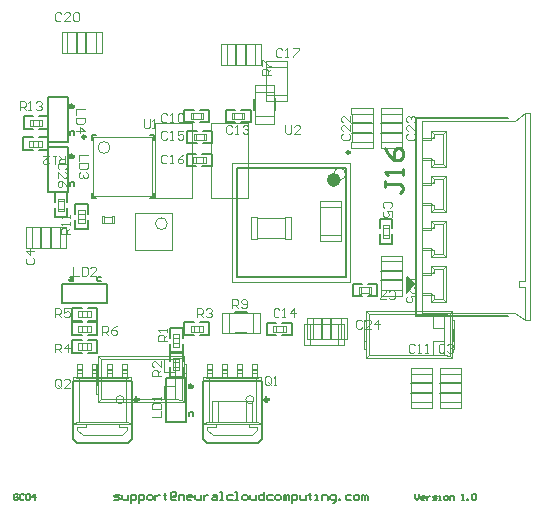
<source format=gto>
G04 Layer_Color=65535*
%FSLAX44Y44*%
%MOMM*%
G71*
G01*
G75*
%ADD28C,0.2540*%
%ADD29C,0.1270*%
%ADD32C,0.0500*%
%ADD33C,0.1000*%
%ADD69C,0.2500*%
%ADD70C,0.6000*%
%ADD71C,0.3000*%
%ADD72C,0.2000*%
%ADD73C,0.1250*%
%ADD74C,0.1500*%
G36*
X594212Y1017850D02*
X587862Y1011500D01*
Y1024200D01*
X594212Y1017850D01*
D02*
G37*
D28*
X569765Y1105157D02*
Y1100078D01*
Y1102617D01*
X582461D01*
X585000Y1100078D01*
Y1097539D01*
X582461Y1095000D01*
X585000Y1110235D02*
Y1115313D01*
Y1112774D01*
X569765D01*
X572304Y1110235D01*
X569765Y1133088D02*
X572304Y1128009D01*
X577383Y1122931D01*
X582461D01*
X585000Y1125470D01*
Y1130548D01*
X582461Y1133088D01*
X579922D01*
X577383Y1130548D01*
Y1122931D01*
D29*
X595990Y991180D02*
X673460D01*
X595990D02*
Y1158820D01*
X673460D01*
X587862Y1024200D02*
X594212Y1017850D01*
X587862Y1011500D02*
X594212Y1017850D01*
X587862Y1011500D02*
Y1024200D01*
X566239Y1154000D02*
X583763D01*
X566239Y1146000D02*
X583763D01*
X325500Y987000D02*
Y998000D01*
X317500Y987000D02*
X325500D01*
X304500D02*
X312500D01*
X304500D02*
Y998000D01*
X312500D01*
X317500D02*
X325500D01*
X516000Y971238D02*
Y988762D01*
X524000Y971238D02*
Y988762D01*
X290000Y1095500D02*
X300000D01*
Y1087500D02*
Y1095500D01*
Y1074500D02*
Y1082500D01*
X290000Y1074500D02*
X300000D01*
X290000D02*
Y1082500D01*
Y1087500D02*
Y1095500D01*
X276312Y1159930D02*
X284312D01*
X263312D02*
X271312D01*
X263312Y1148930D02*
Y1159930D01*
Y1148930D02*
X271312D01*
X276312D02*
X284312D01*
Y1159930D01*
X451500Y1203738D02*
Y1221262D01*
X443500Y1203738D02*
Y1221262D01*
X415000Y886500D02*
Y936000D01*
Y886500D02*
X418500Y883000D01*
X461500D01*
X465000Y886500D02*
Y936000D01*
X461500Y883000D02*
X465000Y886500D01*
X415000Y936000D02*
X465000D01*
X305000Y886500D02*
Y936000D01*
Y886500D02*
X308500Y883000D01*
X351500D01*
X355000Y886500D02*
Y936000D01*
X351500Y883000D02*
X355000Y886500D01*
X305000Y936000D02*
X355000D01*
X616238Y926000D02*
X633762D01*
X616238Y934000D02*
X633762D01*
X591238Y926000D02*
X608762D01*
X591238Y934000D02*
X608762D01*
X316500Y1213738D02*
Y1231262D01*
X308500Y1213738D02*
Y1231262D01*
X541238Y1146000D02*
X558762D01*
X541238Y1154000D02*
X558762D01*
X276058Y1142150D02*
X284058D01*
X263058D02*
X271058D01*
X263058Y1131150D02*
Y1142150D01*
Y1131150D02*
X271058D01*
X276058D02*
X284058D01*
Y1142150D01*
X387000Y980500D02*
X398000D01*
Y972499D02*
Y980500D01*
Y959500D02*
Y967500D01*
X387000Y959500D02*
X398000D01*
X387000D02*
Y967500D01*
Y972499D02*
Y980500D01*
X399500Y974500D02*
Y985500D01*
X407500D01*
X412500D02*
X420500D01*
Y974500D02*
Y985500D01*
X412500Y974500D02*
X420500D01*
X399500D02*
X407500D01*
X387000Y939500D02*
X398000D01*
X387000D02*
Y947500D01*
Y952500D02*
Y960500D01*
X398000D01*
Y952500D02*
Y960500D01*
Y939500D02*
Y947500D01*
X458610Y1165174D02*
Y1174826D01*
X476390Y1164920D02*
Y1175080D01*
X325500Y974501D02*
Y985500D01*
X317500Y974501D02*
X325500D01*
X304500D02*
X312500D01*
X304500D02*
Y985500D01*
X312500D01*
X317500D02*
X325500D01*
X304500Y959500D02*
Y970500D01*
X312500D01*
X317500D02*
X325500D01*
Y959500D02*
Y970500D01*
X317500Y959500D02*
X325500D01*
X304500D02*
X312500D01*
X469500Y975000D02*
Y985000D01*
X477500D01*
X482500D02*
X490500D01*
Y975000D02*
Y985000D01*
X482500Y975000D02*
X490500D01*
X469500D02*
X477500D01*
X565000Y1073000D02*
X575000D01*
Y1065000D02*
Y1073000D01*
Y1052000D02*
Y1060000D01*
X565000Y1052000D02*
X575000D01*
X565000D02*
Y1060000D01*
Y1065000D02*
Y1073000D01*
X455500Y1155000D02*
Y1165000D01*
X447500Y1155000D02*
X455500D01*
X434500D02*
X442500D01*
X434500D02*
Y1165000D01*
X442500D01*
X447500D02*
X455500D01*
X442674Y976110D02*
X452326D01*
X442420Y993890D02*
X452580D01*
X399500Y1155000D02*
Y1165000D01*
X407500D01*
X412500D02*
X420500D01*
Y1155000D02*
Y1165000D01*
X412500Y1155000D02*
X420500D01*
X399500D02*
X407500D01*
X402000Y1137500D02*
Y1147500D01*
X410000D01*
X415000D02*
X423000D01*
Y1137500D02*
Y1147500D01*
X415000Y1137500D02*
X423000D01*
X402000D02*
X410000D01*
X401742Y1117934D02*
Y1127934D01*
X409742D01*
X414742D02*
X422742D01*
Y1117934D02*
Y1127934D01*
X414742Y1117934D02*
X422742D01*
X401742D02*
X409742D01*
X307000Y1077499D02*
Y1085500D01*
Y1064500D02*
Y1072500D01*
Y1064500D02*
X318000D01*
Y1072500D01*
Y1077499D02*
Y1085500D01*
X307000D02*
X318000D01*
X542000Y1007500D02*
Y1017500D01*
X550000D01*
X555000D02*
X563000D01*
Y1007500D02*
Y1017500D01*
X555000Y1007500D02*
X563000D01*
X542000D02*
X550000D01*
X566238Y1029000D02*
X583762D01*
X566238Y1021000D02*
X583762D01*
X286500Y1048738D02*
Y1066262D01*
X278500Y1048738D02*
Y1066262D01*
X406466Y932284D02*
Y930591D01*
X405619Y929744D01*
X403080D01*
Y932284D01*
X403926Y933130D01*
X404773Y932284D01*
Y929744D01*
X406396Y906244D02*
Y908784D01*
X405549Y909630D01*
X403856D01*
X403010Y908784D01*
Y906244D01*
X258386Y839232D02*
X257539Y840078D01*
X255846D01*
X255000Y839232D01*
Y835846D01*
X255846Y835000D01*
X257539D01*
X258386Y835846D01*
Y837539D01*
X256693D01*
X263464Y839232D02*
X262617Y840078D01*
X260925D01*
X260078Y839232D01*
Y835846D01*
X260925Y835000D01*
X262617D01*
X263464Y835846D01*
X265157Y839232D02*
X266003Y840078D01*
X267696D01*
X268542Y839232D01*
Y835846D01*
X267696Y835000D01*
X266003D01*
X265157Y835846D01*
Y839232D01*
X272774Y835000D02*
Y840078D01*
X270235Y837539D01*
X273621D01*
X595000Y840078D02*
Y836693D01*
X596693Y835000D01*
X598386Y836693D01*
Y840078D01*
X602617Y835000D02*
X600925D01*
X600078Y835846D01*
Y837539D01*
X600925Y838386D01*
X602617D01*
X603464Y837539D01*
Y836693D01*
X600078D01*
X605157Y838386D02*
Y835000D01*
Y836693D01*
X606003Y837539D01*
X606850Y838386D01*
X607696D01*
X610235Y835000D02*
X612774D01*
X613621Y835846D01*
X612774Y836693D01*
X611082D01*
X610235Y837539D01*
X611082Y838386D01*
X613621D01*
X615313Y835000D02*
X617006D01*
X616160D01*
Y838386D01*
X615313D01*
X620392Y835000D02*
X622085D01*
X622931Y835846D01*
Y837539D01*
X622085Y838386D01*
X620392D01*
X619545Y837539D01*
Y835846D01*
X620392Y835000D01*
X624624D02*
Y838386D01*
X627163D01*
X628009Y837539D01*
Y835000D01*
X634780D02*
X636473D01*
X635627D01*
Y840078D01*
X634780Y839232D01*
X639012Y835000D02*
Y835846D01*
X639859D01*
Y835000D01*
X639012D01*
X643244Y839232D02*
X644091Y840078D01*
X645783D01*
X646630Y839232D01*
Y835846D01*
X645783Y835000D01*
X644091D01*
X643244Y835846D01*
Y839232D01*
X302716Y1023966D02*
X304409D01*
X305256Y1023119D01*
Y1020580D01*
X302716D01*
X301870Y1021426D01*
X302716Y1022273D01*
X305256D01*
X328756Y1023896D02*
X326216D01*
X325370Y1023049D01*
Y1021356D01*
X326216Y1020510D01*
X328756D01*
X306396Y1143744D02*
Y1146284D01*
X305549Y1147130D01*
X303856D01*
X303010Y1146284D01*
Y1143744D01*
X306466Y1169784D02*
Y1168091D01*
X305619Y1167244D01*
X303080D01*
Y1169784D01*
X303926Y1170630D01*
X304773Y1169784D01*
Y1167244D01*
X306396Y1101244D02*
Y1103784D01*
X305549Y1104630D01*
X303856D01*
X303010Y1103784D01*
Y1101244D01*
X306466Y1127284D02*
Y1125591D01*
X305619Y1124744D01*
X303080D01*
Y1127284D01*
X303926Y1128130D01*
X304773Y1127284D01*
Y1124744D01*
D32*
X610500Y1084450D02*
G03*
X608400Y1086550I-2100J0D01*
G01*
Y1063450D02*
G03*
X610500Y1065550I0J2100D01*
G01*
Y1122550D02*
G03*
X608400Y1124650I-2100J0D01*
G01*
X610500Y1008250D02*
G03*
X608400Y1010350I-2100J0D01*
G01*
X610500Y1046350D02*
G03*
X608400Y1048450I-2100J0D01*
G01*
Y1101550D02*
G03*
X610500Y1103650I0J2100D01*
G01*
X608400Y1139650D02*
G03*
X610500Y1141750I0J2100D01*
G01*
X608400Y1025350D02*
G03*
X610500Y1027450I0J2100D01*
G01*
X458377Y920000D02*
G03*
X458377Y920000I-3377J0D01*
G01*
X348377D02*
G03*
X348377Y920000I-3377J0D01*
G01*
X457000Y901000D02*
Y919000D01*
X452000Y901000D02*
Y919000D01*
X457000D01*
X452000Y901000D02*
X457000D01*
X423000D02*
Y919000D01*
X428000Y901000D02*
Y919000D01*
X423000D02*
X428000D01*
X423000Y901000D02*
X428000D01*
Y918800D02*
X452000D01*
X428000Y901200D02*
X452000D01*
X552000Y962500D02*
X553500D01*
X552000Y970000D02*
X553500D01*
X626500Y962500D02*
X628000D01*
X626500Y970000D02*
X628000D01*
X552000Y962500D02*
Y987500D01*
X553500D01*
X552000Y980000D02*
X553500D01*
X628000Y962500D02*
Y987500D01*
X626500D02*
X628000D01*
X626500Y980000D02*
X628000D01*
X626700Y970000D02*
Y980000D01*
X553300Y970000D02*
Y980000D01*
X553500Y994750D02*
X555990Y992260D01*
X553500Y955250D02*
Y994750D01*
Y955250D02*
X555990Y957739D01*
Y992260D01*
X610010Y992267D02*
X619068D01*
X624706Y992956D01*
X626500Y994750D01*
X553500D02*
X626500D01*
X555990Y992260D02*
X610010Y992267D01*
Y980753D02*
Y992267D01*
X555990Y957739D02*
X610010Y957732D01*
X553500Y955250D02*
X626500D01*
X624706Y957044D02*
X626500Y955250D01*
X619068Y957732D02*
X624706Y957044D01*
X610010Y957732D02*
X619068D01*
X610010D02*
Y969247D01*
X619011D02*
Y980753D01*
X610010Y969247D02*
X619068D01*
X610010Y980753D02*
X619068D01*
Y957732D02*
Y969247D01*
X624706Y957044D02*
Y992956D01*
X619068Y980753D02*
Y992267D01*
X626500Y955250D02*
Y994750D01*
X618500Y1119150D02*
Y1145150D01*
X600500Y1025350D02*
X608400D01*
X600500Y1063450D02*
X608400D01*
X610500Y1119150D02*
X618500D01*
X620600Y1117050D01*
X600500Y1124650D02*
X608400D01*
X610500Y1107050D02*
X618500D01*
X610500Y1103650D02*
Y1107050D01*
X608400Y1109150D02*
X610500Y1107050D01*
Y1004850D02*
X618500D01*
X600500Y1101550D02*
X608400D01*
X610500Y1042950D02*
X618500D01*
X600500Y1010350D02*
X608400D01*
X600500Y1139650D02*
X608400D01*
X618500Y1004850D02*
Y1030850D01*
Y1004850D02*
X620600Y1002750D01*
X618500Y1081050D02*
Y1107050D01*
X620600Y1109150D01*
X610500Y1030850D02*
X618500D01*
X620600Y1032950D01*
X610500Y1027450D02*
Y1030850D01*
X608400Y1032950D02*
X610500Y1030850D01*
Y1119150D02*
Y1122550D01*
X608400Y1117050D02*
X610500Y1119150D01*
X618500Y1042950D02*
Y1068950D01*
Y1042950D02*
X620600Y1040850D01*
X600500Y1048450D02*
X608400D01*
X610500Y1004850D02*
Y1008250D01*
X608400Y1002750D02*
X610500Y1004850D01*
Y1141750D02*
Y1145150D01*
X600500Y1086550D02*
X608400D01*
X610500Y1042950D02*
Y1046350D01*
X608400Y1040850D02*
X610500Y1042950D01*
Y1081050D02*
Y1084450D01*
Y1081050D02*
X618500D01*
X608400Y1078950D02*
X610500Y1081050D01*
X618500D02*
X620600Y1078950D01*
X610500Y1068950D02*
X618500D01*
X620600Y1071050D01*
X610500Y1065550D02*
Y1068950D01*
X608400Y1071050D02*
X610500Y1068950D01*
X608400Y1002750D02*
X620600D01*
X600500Y993750D02*
Y1156250D01*
Y993750D02*
X679500D01*
X687500Y987350D01*
X679500Y1156250D02*
X687500Y1162650D01*
X600500Y1156250D02*
X679500D01*
X620600Y1117050D02*
Y1147250D01*
X608400Y1117050D02*
X620600D01*
X608400Y1109150D02*
X620600D01*
Y1078950D02*
Y1109150D01*
X608400Y1078950D02*
X620600D01*
X608400Y1071050D02*
X620600D01*
Y1040850D02*
Y1071050D01*
X608400Y1040850D02*
X620600D01*
X608400Y1032950D02*
X620600D01*
Y1002750D02*
Y1032950D01*
X610500Y1145150D02*
X618500D01*
X620600Y1147250D01*
X608400D02*
X620600D01*
X608400D02*
X610500Y1145150D01*
X608400Y1078950D02*
Y1086550D01*
X600500Y1084450D02*
X610500D01*
X600500Y1065550D02*
X610500D01*
X608400Y1063450D02*
Y1071050D01*
Y1117050D02*
Y1124650D01*
X600500Y1122550D02*
X610500D01*
X608400Y1002750D02*
Y1010350D01*
X600500Y1008250D02*
X610500D01*
X608400Y1040850D02*
Y1048450D01*
X600500Y1046350D02*
X610500D01*
X600500Y1103650D02*
X610500D01*
X608400Y1101550D02*
Y1109150D01*
X600500Y1141750D02*
X610500D01*
X608400Y1139650D02*
Y1147250D01*
X600500Y1027450D02*
X610500D01*
X608400Y1025350D02*
Y1032950D01*
X692500Y987350D02*
Y1162650D01*
X687500Y1020350D02*
Y1162650D01*
X692500D01*
X682500Y1015350D02*
Y1020350D01*
Y1015350D02*
X687500D01*
Y987350D02*
Y1015350D01*
Y987350D02*
X692500D01*
X682500Y1020350D02*
X687500D01*
X566000Y1133000D02*
X584000D01*
X566000Y1138000D02*
X584000D01*
X566000Y1133000D02*
Y1138000D01*
X584000Y1133000D02*
Y1138000D01*
X566000Y1167000D02*
X584000D01*
X566000Y1162000D02*
X584000D01*
X566000D02*
Y1167000D01*
X584000Y1162000D02*
Y1167000D01*
X566200Y1138000D02*
Y1162000D01*
X583801Y1138000D02*
Y1162000D01*
X317250Y995250D02*
X320250D01*
Y989750D02*
Y995250D01*
X317250Y989750D02*
Y995250D01*
Y989750D02*
X320250D01*
X309750Y995250D02*
X312750D01*
Y989750D02*
Y995250D01*
X309750Y989750D02*
X312750D01*
X309750D02*
Y995250D01*
X312750Y989760D02*
X317250D01*
X312750D02*
X317250Y989765D01*
X312750Y995236D02*
X317250Y995240D01*
X312750Y995236D02*
X317250Y995240D01*
X537000Y971000D02*
Y989000D01*
X532000Y971000D02*
Y989000D01*
Y971000D02*
X537000D01*
X532000Y989000D02*
X537000D01*
X503000Y971000D02*
Y989000D01*
X508000Y971000D02*
Y989000D01*
X503000Y971000D02*
X508000D01*
X503000Y989000D02*
X508000D01*
Y971200D02*
X532000D01*
X508000Y988800D02*
X532000D01*
X514240Y1054118D02*
X532240D01*
X514240Y1059118D02*
X532240D01*
Y1054118D02*
Y1059118D01*
X514240Y1054118D02*
Y1059118D01*
Y1088118D02*
X532240D01*
X514240Y1083118D02*
X532240D01*
Y1088118D01*
X514240Y1083118D02*
Y1088118D01*
X532040Y1059118D02*
Y1083118D01*
X514440Y1059118D02*
Y1083118D01*
X468500Y1207000D02*
X486500D01*
X468500Y1202000D02*
X486500D01*
X468500D02*
Y1207000D01*
X486500Y1202000D02*
Y1207000D01*
X468500Y1173000D02*
X486500D01*
X468500Y1178000D02*
X486500D01*
X468500Y1173000D02*
Y1178000D01*
X486500Y1173000D02*
Y1178000D01*
X468700D02*
Y1202000D01*
X486300Y1178000D02*
Y1202000D01*
X329750Y1069750D02*
Y1075250D01*
X331750Y1069750D02*
Y1075250D01*
X329750Y1069750D02*
X331750D01*
X329750Y1075250D02*
X331750D01*
X338250Y1069750D02*
X340250D01*
X338250Y1075250D02*
X340250D01*
Y1069750D02*
Y1075250D01*
X338250Y1069750D02*
Y1075250D01*
X331750Y1069950D02*
X338250D01*
X331750Y1075050D02*
X338250D01*
X292250Y1090250D02*
X297750D01*
X292250Y1088250D02*
X297750D01*
Y1090250D01*
X292250Y1088250D02*
Y1090250D01*
X297750Y1079750D02*
Y1081750D01*
X292250Y1079750D02*
Y1081750D01*
Y1079750D02*
X297750D01*
X292250Y1081750D02*
X297750D01*
X297550D02*
Y1088250D01*
X292451Y1081750D02*
Y1088250D01*
X500500Y966000D02*
Y984000D01*
X505500Y966000D02*
Y984000D01*
X500500Y966000D02*
X505500D01*
X500500Y984000D02*
X505500D01*
X534500Y966000D02*
Y984000D01*
X529500Y966000D02*
Y984000D01*
Y966000D02*
X534500D01*
X529500Y984000D02*
X534500D01*
X505500Y966200D02*
X529500D01*
X505500Y983800D02*
X529500D01*
X271562Y1157165D02*
X276062Y1157170D01*
X271562Y1157165D02*
X276062Y1157170D01*
X271562Y1151690D02*
X276062Y1151695D01*
X271562Y1151690D02*
X276062D01*
X268562Y1151680D02*
Y1157180D01*
Y1151680D02*
X271562D01*
Y1157180D01*
X268562D02*
X271562D01*
X276062Y1151680D02*
X279062D01*
X276062D02*
Y1157180D01*
X279062Y1151680D02*
Y1157180D01*
X276062D02*
X279062D01*
X430500Y1203500D02*
Y1221500D01*
X435500Y1203500D02*
Y1221500D01*
X430500D02*
X435500D01*
X430500Y1203500D02*
X435500D01*
X464500D02*
Y1221500D01*
X459500Y1203500D02*
Y1221500D01*
X464500D01*
X459500Y1203500D02*
X464500D01*
X435500Y1221300D02*
X459500D01*
X435500Y1203700D02*
X459500D01*
X460031Y901425D02*
Y938575D01*
X464500Y939372D01*
Y900075D02*
Y939500D01*
X460031Y901425D02*
X464500Y900628D01*
X415500Y900075D02*
X416425Y899150D01*
X415500Y900075D02*
Y939500D01*
Y900628D02*
X419969Y901425D01*
X460031D01*
X463575Y899150D02*
X464500Y900075D01*
X454000Y899150D02*
X463575D01*
X446000Y899724D02*
X454000D01*
X434000Y899150D02*
X446000D01*
X426000Y899724D02*
X434000D01*
X416425Y899150D02*
X426000D01*
X415500Y939372D02*
X419969Y938575D01*
Y901425D02*
Y938575D01*
X415500Y939500D02*
X464500D01*
X419969Y938575D02*
X460031D01*
X418850Y942166D02*
X423050D01*
X418850Y945064D02*
X423050D01*
Y939500D02*
Y950000D01*
X418850Y939500D02*
Y950000D01*
X431550Y942166D02*
X435750D01*
X431550Y939500D02*
Y950000D01*
Y945064D02*
X435750D01*
Y939500D02*
Y950000D01*
X444250Y942166D02*
X448450D01*
X444250Y945064D02*
X448450D01*
X444250Y939500D02*
Y950000D01*
X448450Y939500D02*
Y950000D01*
X456950Y942166D02*
X461150D01*
X456950Y945064D02*
X461150D01*
Y939500D02*
Y950000D01*
X456950Y939500D02*
Y950000D01*
X418850Y945432D02*
X423050D01*
X431550D02*
X435750D01*
X444250D02*
X448450D01*
X456950D02*
X461150D01*
X418850Y946311D02*
X423050D01*
X431550D02*
X435750D01*
X444250D02*
X448450D01*
X456950D02*
X461150D01*
X434000Y899000D02*
Y899724D01*
Y899000D02*
X446000D01*
Y899724D01*
X454000Y897000D02*
Y899724D01*
Y897000D02*
X461000D01*
Y894500D02*
Y897000D01*
X456500Y890000D02*
X461000Y894500D01*
X423500Y890000D02*
X456500D01*
X419000Y894500D02*
X423500Y890000D01*
X419000Y894500D02*
Y897000D01*
X426000D02*
Y899724D01*
X419000Y897000D02*
X426000D01*
X418850Y950000D02*
X423050D01*
X431550D02*
X435750D01*
X444250D02*
X448450D01*
X456950D02*
X461150D01*
X350031Y901425D02*
Y938575D01*
X354500Y939372D01*
Y900075D02*
Y939500D01*
X350031Y901425D02*
X354500Y900628D01*
X305500Y900075D02*
X306425Y899150D01*
X305500Y900075D02*
Y939500D01*
Y900628D02*
X309969Y901425D01*
X350031D01*
X353576Y899150D02*
X354500Y900075D01*
X344000Y899150D02*
X353576D01*
X336000Y899724D02*
X344000D01*
X324000Y899150D02*
X336000D01*
X316000Y899724D02*
X324000D01*
X306425Y899150D02*
X316000D01*
X305500Y939372D02*
X309969Y938575D01*
Y901425D02*
Y938575D01*
X305500Y939500D02*
X354500D01*
X309969Y938575D02*
X350031D01*
X308850Y942166D02*
X313050D01*
X308850Y945064D02*
X313050D01*
Y939500D02*
Y950000D01*
X308850Y939500D02*
Y950000D01*
X321550Y942166D02*
X325750D01*
X321550Y939500D02*
Y950000D01*
Y945064D02*
X325750D01*
Y939500D02*
Y950000D01*
X334250Y942166D02*
X338450D01*
X334250Y945064D02*
X338450D01*
X334250Y939500D02*
Y950000D01*
X338450Y939500D02*
Y950000D01*
X346950Y942166D02*
X351150D01*
X346950Y945064D02*
X351150D01*
Y939500D02*
Y950000D01*
X346950Y939500D02*
Y950000D01*
X308850Y945432D02*
X313050D01*
X321550D02*
X325750D01*
X334250D02*
X338450D01*
X346950D02*
X351150D01*
X308850Y946311D02*
X313050D01*
X321550D02*
X325750D01*
X334250D02*
X338450D01*
X346950D02*
X351150D01*
X324000Y899000D02*
Y899724D01*
Y899000D02*
X336000D01*
Y899724D01*
X344000Y897000D02*
Y899724D01*
Y897000D02*
X351000D01*
Y894500D02*
Y897000D01*
X346500Y890000D02*
X351000Y894500D01*
X313500Y890000D02*
X346500D01*
X309000Y894500D02*
X313500Y890000D01*
X309000Y894500D02*
Y897000D01*
X316000D02*
Y899724D01*
X309000Y897000D02*
X316000D01*
X308850Y950000D02*
X313050D01*
X321550D02*
X325750D01*
X334250D02*
X338450D01*
X346950D02*
X351150D01*
X616000Y947000D02*
X634000D01*
X616000Y942000D02*
X634000D01*
Y947000D01*
X616000Y942000D02*
Y947000D01*
Y913000D02*
X634000D01*
X616000Y918000D02*
X634000D01*
Y913000D02*
Y918000D01*
X616000Y913000D02*
Y918000D01*
X633800D02*
Y942000D01*
X616200Y918000D02*
Y942000D01*
X591000Y947000D02*
X609000D01*
X591000Y942000D02*
X609000D01*
Y947000D01*
X591000Y942000D02*
Y947000D01*
Y913000D02*
X609000D01*
X591000Y918000D02*
X609000D01*
Y913000D02*
Y918000D01*
X591000Y913000D02*
Y918000D01*
X608800D02*
Y942000D01*
X591200Y918000D02*
Y942000D01*
X295500Y1213500D02*
Y1231500D01*
X300500Y1213500D02*
Y1231500D01*
X295500D02*
X300500D01*
X295500Y1213500D02*
X300500D01*
X329500D02*
Y1231500D01*
X324500Y1213500D02*
Y1231500D01*
X329500D01*
X324500Y1213500D02*
X329500D01*
X300500Y1231300D02*
X324500D01*
X300500Y1213700D02*
X324500D01*
X541000Y1167000D02*
X559000D01*
X541000Y1162000D02*
X559000D01*
Y1167000D01*
X541000Y1162000D02*
Y1167000D01*
Y1133000D02*
X559000D01*
X541000Y1138000D02*
X559000D01*
Y1133000D02*
Y1138000D01*
X541000Y1133000D02*
Y1138000D01*
X558800D02*
Y1162000D01*
X541200Y1138000D02*
Y1162000D01*
X271308Y1139385D02*
X275808Y1139390D01*
X271308Y1139385D02*
X275808Y1139390D01*
X271308Y1133910D02*
X275808Y1133915D01*
X271308Y1133910D02*
X275808D01*
X268308Y1133900D02*
Y1139400D01*
Y1133900D02*
X271308D01*
Y1139400D01*
X268308D02*
X271308D01*
X275808Y1133900D02*
X278808D01*
X275808D02*
Y1139400D01*
X278808Y1133900D02*
Y1139400D01*
X275808D02*
X278808D01*
X389750Y972250D02*
Y975250D01*
X395250D01*
X389750Y972250D02*
X395250D01*
Y975250D01*
X389750Y964750D02*
Y967750D01*
X395250D01*
Y964750D02*
Y967750D01*
X389750Y964750D02*
X395250D01*
X395240Y967750D02*
Y972250D01*
X395235D02*
X395240Y967750D01*
X389760Y972250D02*
X389765Y967750D01*
X389760Y972250D02*
X389765Y967750D01*
X404750Y977250D02*
X407750D01*
X404750D02*
Y982750D01*
X407750Y977250D02*
Y982750D01*
X404750D02*
X407750D01*
X412250Y977250D02*
X415250D01*
X412250D02*
Y982750D01*
X415250D01*
Y977250D02*
Y982750D01*
X407750Y982740D02*
X412250D01*
X407750Y982735D02*
X412250Y982740D01*
X407750Y977260D02*
X412250Y977265D01*
X407750Y977260D02*
X412250Y977265D01*
X395250Y944750D02*
Y947750D01*
X389750Y944750D02*
X395250D01*
X389750Y947750D02*
X395250D01*
X389750Y944750D02*
Y947750D01*
X395250Y952250D02*
Y955250D01*
X389750Y952250D02*
X395250D01*
X389750D02*
Y955250D01*
X395250D01*
X389760Y947750D02*
Y952250D01*
X389765Y947750D01*
X395235Y952250D02*
X395240Y947750D01*
X395235Y952250D02*
X395240Y947750D01*
X459260Y1180251D02*
X459264Y1159750D01*
X459260Y1180251D02*
X459264Y1159750D01*
X475735Y1180251D02*
X475740Y1159750D01*
Y1180251D01*
X459250Y1153750D02*
X475750D01*
Y1159750D01*
X459250D02*
X475750D01*
X459250Y1153750D02*
Y1159750D01*
X475750Y1180251D02*
Y1186251D01*
X459250Y1180251D02*
X475750D01*
X459250Y1186251D02*
X475750D01*
X459250Y1180251D02*
Y1186251D01*
X317250Y982750D02*
X320250D01*
Y977250D02*
Y982750D01*
X317250Y977250D02*
Y982750D01*
Y977250D02*
X320250D01*
X309750Y982750D02*
X312750D01*
Y977250D02*
Y982750D01*
X309750Y977250D02*
X312750D01*
X309750D02*
Y982750D01*
X312750Y977260D02*
X317250D01*
X312750D02*
X317250Y977265D01*
X312750Y982735D02*
X317250Y982740D01*
X312750Y982735D02*
X317250Y982740D01*
X309750Y962250D02*
X312750D01*
X309750D02*
Y967750D01*
X312750Y962250D02*
Y967750D01*
X309750D02*
X312750D01*
X317250Y962250D02*
X320250D01*
X317250D02*
Y967750D01*
X320250D01*
Y962250D02*
Y967750D01*
X312750Y967740D02*
X317250D01*
X312750Y967735D02*
X317250Y967740D01*
X312750Y962260D02*
X317250Y962265D01*
X312750Y962260D02*
X317250Y962265D01*
X474750Y977250D02*
Y982750D01*
X476750Y977250D02*
Y982750D01*
X474750D02*
X476750D01*
X474750Y977250D02*
X476750D01*
X483250Y982750D02*
X485250D01*
X483250Y977250D02*
X485250D01*
Y982750D01*
X483250Y977250D02*
Y982750D01*
X476750Y982550D02*
X483250D01*
X476750Y977450D02*
X483250D01*
X567250Y1067750D02*
X572750D01*
X567250Y1065750D02*
X572750D01*
Y1067750D01*
X567250Y1065750D02*
Y1067750D01*
X572750Y1057250D02*
Y1059250D01*
X567250Y1057250D02*
Y1059250D01*
Y1057250D02*
X572750D01*
X567250Y1059250D02*
X572750D01*
X572550D02*
Y1065750D01*
X567450Y1059250D02*
Y1065750D01*
X450249Y1157250D02*
Y1162750D01*
X448250Y1157250D02*
Y1162750D01*
Y1157250D02*
X450249D01*
X448250Y1162750D02*
X450249D01*
X439750Y1157250D02*
X441750D01*
X439750Y1162750D02*
X441750D01*
X439750Y1157250D02*
Y1162750D01*
X441750Y1157250D02*
Y1162750D01*
Y1157450D02*
X448250D01*
X441750Y1162550D02*
X448250D01*
X437250Y976760D02*
X457750Y976765D01*
X437250Y976760D02*
X457750Y976765D01*
X437250Y993235D02*
X457750Y993240D01*
X437250D02*
X457750D01*
X463750Y976750D02*
Y993250D01*
X457750D02*
X463750D01*
X457750Y976750D02*
Y993250D01*
Y976750D02*
X463750D01*
X431250Y993250D02*
X437250D01*
Y976750D02*
Y993250D01*
X431250Y976750D02*
Y993250D01*
Y976750D02*
X437250D01*
X404750Y1157250D02*
Y1162750D01*
X406750Y1157250D02*
Y1162750D01*
X404750D02*
X406750D01*
X404750Y1157250D02*
X406750D01*
X413250Y1162750D02*
X415250D01*
X413250Y1157250D02*
X415250D01*
Y1162750D01*
X413250Y1157250D02*
Y1162750D01*
X406750Y1162550D02*
X413250D01*
X406750Y1157450D02*
X413250D01*
X407250Y1139750D02*
Y1145250D01*
X409250Y1139750D02*
Y1145250D01*
X407250D02*
X409250D01*
X407250Y1139750D02*
X409250D01*
X415750Y1145250D02*
X417750D01*
X415750Y1139750D02*
X417750D01*
Y1145250D01*
X415750Y1139750D02*
Y1145250D01*
X409250Y1145050D02*
X415750D01*
X409250Y1139950D02*
X415750D01*
X406992Y1120184D02*
Y1125684D01*
X408992Y1120184D02*
Y1125684D01*
X406992D02*
X408992D01*
X406992Y1120184D02*
X408992D01*
X415492Y1125684D02*
X417492D01*
X415492Y1120184D02*
X417492D01*
Y1125684D01*
X415492Y1120184D02*
Y1125684D01*
X408992Y1125484D02*
X415492D01*
X408992Y1120384D02*
X415492D01*
X309760Y1077250D02*
X309765Y1072750D01*
X309760Y1077250D02*
X309765Y1072750D01*
X315235Y1077250D02*
X315240Y1072750D01*
Y1077250D01*
X309749Y1069750D02*
X315250D01*
Y1072750D01*
X309749D02*
X315250D01*
X309749Y1069750D02*
Y1072750D01*
X315250Y1077250D02*
Y1080250D01*
X309749Y1077250D02*
X315250D01*
X309749Y1080250D02*
X315250D01*
X309749Y1077250D02*
Y1080250D01*
X547250Y1009750D02*
Y1015250D01*
X549250Y1009750D02*
Y1015250D01*
X547250D02*
X549250D01*
X547250Y1009750D02*
X549250D01*
X555751Y1015250D02*
X557751D01*
X555751Y1009750D02*
X557751D01*
Y1015250D01*
X555751Y1009750D02*
Y1015250D01*
X549250Y1015050D02*
X555751D01*
X549250Y1009950D02*
X555751D01*
X324500Y925000D02*
X326000D01*
X324500Y932500D02*
X326000D01*
X399000Y925000D02*
X400500D01*
X399000Y932500D02*
X400500D01*
X324500Y925000D02*
Y950000D01*
X326000D01*
X324500Y942500D02*
X326000D01*
X400500Y925000D02*
Y950000D01*
X399000D02*
X400500D01*
X399000Y942500D02*
X400500D01*
X399200Y932500D02*
Y942500D01*
X325800Y932500D02*
Y942500D01*
X326000Y957250D02*
X328490Y954761D01*
X326000Y917750D02*
Y957250D01*
Y917750D02*
X328490Y920239D01*
Y954761D01*
X382510Y954768D02*
X391568D01*
X397206Y955457D01*
X399000Y957250D01*
X326000D02*
X399000D01*
X328490Y954761D02*
X382510Y954768D01*
Y943253D02*
Y954768D01*
X328490Y920239D02*
X382510Y920232D01*
X326000Y917750D02*
X399000D01*
X397206Y919544D02*
X399000Y917750D01*
X391568Y920232D02*
X397206Y919544D01*
X382510Y920232D02*
X391568D01*
X382510D02*
Y931747D01*
X391511D02*
Y943253D01*
X382510Y931747D02*
X391568D01*
X382510Y943253D02*
X391568D01*
Y920232D02*
Y931747D01*
X397206Y919544D02*
Y955457D01*
X391568Y943253D02*
Y954768D01*
X399000Y917750D02*
Y957250D01*
X566000Y1008000D02*
X584000D01*
X566000Y1013000D02*
X584000D01*
X566000Y1008000D02*
Y1013000D01*
X584000Y1008000D02*
Y1013000D01*
X566000Y1042001D02*
X584000D01*
X566000Y1037000D02*
X584000D01*
X566000D02*
Y1042001D01*
X584000Y1037000D02*
Y1042001D01*
X566200Y1013000D02*
Y1037000D01*
X583800Y1013000D02*
Y1037000D01*
X489948Y1056276D02*
Y1074276D01*
X484948Y1056276D02*
Y1074276D01*
X489948D01*
X484948Y1056276D02*
X489948D01*
X455947D02*
Y1074276D01*
X460947Y1056276D02*
Y1074276D01*
X455947D02*
X460947D01*
X455947Y1056276D02*
X460947D01*
Y1074076D02*
X484948D01*
X460947Y1056476D02*
X484948D01*
X265500Y1048500D02*
Y1066500D01*
X270500Y1048500D02*
Y1066500D01*
X265500D02*
X270500D01*
X265500Y1048500D02*
X270500D01*
X299500D02*
Y1066500D01*
X294500Y1048500D02*
Y1066500D01*
X299500D01*
X294500Y1048500D02*
X299500D01*
X270500Y1066300D02*
X294500D01*
X270500Y1048700D02*
X294500D01*
D33*
X336500Y1133500D02*
G03*
X336500Y1133500I-5000J0D01*
G01*
X536000Y1111000D02*
G03*
X536000Y1111000I-5000J0D01*
G01*
X385000Y1069000D02*
G03*
X385000Y1069000I-5000J0D01*
G01*
X421750Y1091000D02*
Y1154000D01*
X453250Y1091000D02*
Y1154000D01*
X421750D02*
X453250D01*
X421750Y1091000D02*
X453250D01*
X374250Y1091000D02*
Y1154000D01*
X405750Y1091000D02*
Y1154000D01*
X374250D02*
X405750D01*
X374250Y1091000D02*
X405750D01*
X322500Y1092500D02*
Y1142500D01*
X372500Y1092500D02*
Y1142500D01*
X322500D02*
X372500D01*
X322500Y1092500D02*
X372500D01*
X440000Y1020000D02*
Y1120000D01*
X540000Y1020000D02*
Y1120000D01*
X440000Y1020000D02*
X540000D01*
X440000Y1120000D02*
X540000D01*
X358000Y1047000D02*
X389000D01*
X358000Y1078000D02*
X389000D01*
X358000Y1047000D02*
Y1078000D01*
X389000Y1047000D02*
Y1078000D01*
D69*
X315750Y1142500D02*
G03*
X315750Y1142500I-1250J0D01*
G01*
X539500Y1129250D02*
G03*
X539500Y1129250I-1250J0D01*
G01*
D70*
X529000Y1106000D02*
G03*
X529000Y1106000I-3000J0D01*
G01*
D71*
X470500Y920000D02*
G03*
X470500Y920000I-1500J0D01*
G01*
X360500D02*
G03*
X360500Y920000I-1500J0D01*
G01*
D72*
X321000Y1140250D02*
Y1144000D01*
X324750D01*
X370250D02*
X374000D01*
Y1140250D02*
Y1144000D01*
Y1091000D02*
Y1094750D01*
X370250Y1091000D02*
X374000D01*
X321000D02*
Y1094750D01*
Y1091000D02*
X324750D01*
X384310Y938751D02*
X400690D01*
X384310Y900960D02*
Y938751D01*
Y900960D02*
X400690D01*
Y938751D01*
X444000Y1024000D02*
Y1116000D01*
X536000Y1024000D02*
Y1116000D01*
X444000Y1024000D02*
X536000D01*
X444000Y1116000D02*
X536000D01*
X296250Y1001810D02*
Y1018190D01*
Y1001810D02*
X334040D01*
Y1018190D01*
X296250D02*
X334040D01*
X300690Y1138460D02*
Y1176250D01*
X284310Y1138460D02*
X300690D01*
X284310D02*
Y1176250D01*
X300690D01*
X300690Y1095960D02*
Y1133750D01*
X284310Y1095960D02*
X300690D01*
X284310D02*
Y1133750D01*
X300690D01*
D73*
X588752Y1144998D02*
X587502Y1143749D01*
Y1141250D01*
X588752Y1140000D01*
X593750D01*
X595000Y1141250D01*
Y1143749D01*
X593750Y1144998D01*
X595000Y1152496D02*
Y1147498D01*
X590002Y1152496D01*
X588752D01*
X587502Y1151246D01*
Y1148747D01*
X588752Y1147498D01*
Y1154995D02*
X587502Y1156245D01*
Y1158744D01*
X588752Y1159994D01*
X590002D01*
X591251Y1158744D01*
Y1157494D01*
Y1158744D01*
X592501Y1159994D01*
X593750D01*
X595000Y1158744D01*
Y1156245D01*
X593750Y1154995D01*
X365000Y1157498D02*
Y1151250D01*
X366250Y1150000D01*
X368749D01*
X369998Y1151250D01*
Y1157498D01*
X372498Y1150000D02*
X374997D01*
X373747D01*
Y1157498D01*
X372498Y1156248D01*
X290000Y990000D02*
Y997498D01*
X293749D01*
X294998Y996248D01*
Y993749D01*
X293749Y992499D01*
X290000D01*
X292499D02*
X294998Y990000D01*
X302496Y997498D02*
X297498D01*
Y993749D01*
X299997Y994998D01*
X301246D01*
X302496Y993749D01*
Y991250D01*
X301246Y990000D01*
X298747D01*
X297498Y991250D01*
X549998Y986248D02*
X548749Y987498D01*
X546250D01*
X545000Y986248D01*
Y981250D01*
X546250Y980000D01*
X548749D01*
X549998Y981250D01*
X557496Y980000D02*
X552498D01*
X557496Y984998D01*
Y986248D01*
X556246Y987498D01*
X553747D01*
X552498Y986248D01*
X563744Y980000D02*
Y987498D01*
X559995Y983749D01*
X564994D01*
X372502Y905000D02*
X380000D01*
Y909998D01*
X372502Y912498D02*
X380000D01*
Y916246D01*
X378750Y917496D01*
X373752D01*
X372502Y916246D01*
Y912498D01*
X380000Y919995D02*
Y922494D01*
Y921245D01*
X372502D01*
X373752Y919995D01*
X485000Y1152498D02*
Y1146250D01*
X486250Y1145000D01*
X488749D01*
X489998Y1146250D01*
Y1152498D01*
X497496Y1145000D02*
X492498D01*
X497496Y1149998D01*
Y1151248D01*
X496246Y1152498D01*
X493747D01*
X492498Y1151248D01*
X294998Y931250D02*
Y936248D01*
X293749Y937498D01*
X291250D01*
X290000Y936248D01*
Y931250D01*
X291250Y930000D01*
X293749D01*
X292499Y932499D02*
X294998Y930000D01*
X293749D02*
X294998Y931250D01*
X302496Y930000D02*
X297498D01*
X302496Y934998D01*
Y936248D01*
X301246Y937498D01*
X298747D01*
X297498Y936248D01*
X472498Y933750D02*
Y938748D01*
X471249Y939998D01*
X468750D01*
X467500Y938748D01*
Y933750D01*
X468750Y932500D01*
X471249D01*
X469999Y934999D02*
X472498Y932500D01*
X471249D02*
X472498Y933750D01*
X474998Y932500D02*
X477497D01*
X476247D01*
Y939998D01*
X474998Y938748D01*
X260000Y1165000D02*
Y1172498D01*
X263749D01*
X264998Y1171248D01*
Y1168749D01*
X263749Y1167499D01*
X260000D01*
X262499D02*
X264998Y1165000D01*
X267498D02*
X269997D01*
X268747D01*
Y1172498D01*
X267498Y1171248D01*
X273746D02*
X274995Y1172498D01*
X277494D01*
X278744Y1171248D01*
Y1169998D01*
X277494Y1168749D01*
X276245D01*
X277494D01*
X278744Y1167499D01*
Y1166250D01*
X277494Y1165000D01*
X274995D01*
X273746Y1166250D01*
X298558Y1126650D02*
Y1119152D01*
X294809D01*
X293560Y1120402D01*
Y1122901D01*
X294809Y1124151D01*
X298558D01*
X296059D02*
X293560Y1126650D01*
X291060D02*
X288561D01*
X289811D01*
Y1119152D01*
X291060Y1120402D01*
X279814Y1126650D02*
X284812D01*
X279814Y1121652D01*
Y1120402D01*
X281064Y1119152D01*
X283563D01*
X284812Y1120402D01*
X302500Y1060000D02*
X295002D01*
Y1063749D01*
X296252Y1064998D01*
X298751D01*
X300001Y1063749D01*
Y1060000D01*
Y1062499D02*
X302500Y1064998D01*
Y1067498D02*
Y1069997D01*
Y1068747D01*
X295002D01*
X296252Y1067498D01*
X302500Y1073746D02*
Y1076245D01*
Y1074995D01*
X295002D01*
X296252Y1073746D01*
X440000Y997500D02*
Y1004998D01*
X443749D01*
X444998Y1003748D01*
Y1001249D01*
X443749Y999999D01*
X440000D01*
X442499D02*
X444998Y997500D01*
X447498Y998750D02*
X448747Y997500D01*
X451246D01*
X452496Y998750D01*
Y1003748D01*
X451246Y1004998D01*
X448747D01*
X447498Y1003748D01*
Y1002498D01*
X448747Y1001249D01*
X452496D01*
X472500Y1195000D02*
X465002D01*
Y1198749D01*
X466252Y1199998D01*
X468751D01*
X470001Y1198749D01*
Y1195000D01*
Y1197499D02*
X472500Y1199998D01*
X465002Y1202498D02*
Y1207496D01*
X466252D01*
X471250Y1202498D01*
X472500D01*
X330000Y975000D02*
Y982498D01*
X333749D01*
X334998Y981248D01*
Y978749D01*
X333749Y977499D01*
X330000D01*
X332499D02*
X334998Y975000D01*
X342496Y982498D02*
X339997Y981248D01*
X337498Y978749D01*
Y976250D01*
X338747Y975000D01*
X341246D01*
X342496Y976250D01*
Y977499D01*
X341246Y978749D01*
X337498D01*
X290000Y960000D02*
Y967498D01*
X293749D01*
X294998Y966248D01*
Y963749D01*
X293749Y962499D01*
X290000D01*
X292499D02*
X294998Y960000D01*
X301246D02*
Y967498D01*
X297498Y963749D01*
X302496D01*
X410000Y990000D02*
Y997498D01*
X413749D01*
X414998Y996248D01*
Y993749D01*
X413749Y992499D01*
X410000D01*
X412499D02*
X414998Y990000D01*
X417498Y996248D02*
X418747Y997498D01*
X421246D01*
X422496Y996248D01*
Y994998D01*
X421246Y993749D01*
X419997D01*
X421246D01*
X422496Y992499D01*
Y991250D01*
X421246Y990000D01*
X418747D01*
X417498Y991250D01*
X380000Y940000D02*
X372502D01*
Y943749D01*
X373752Y944998D01*
X376251D01*
X377501Y943749D01*
Y940000D01*
Y942499D02*
X380000Y944998D01*
Y952496D02*
Y947498D01*
X375002Y952496D01*
X373752D01*
X372502Y951246D01*
Y948747D01*
X373752Y947498D01*
X385000Y970000D02*
X377502D01*
Y973749D01*
X378752Y974998D01*
X381251D01*
X382501Y973749D01*
Y970000D01*
Y972499D02*
X385000Y974998D01*
Y977498D02*
Y979997D01*
Y978747D01*
X377502D01*
X378752Y977498D01*
X305000Y1032498D02*
Y1025000D01*
X309998D01*
X312498Y1032498D02*
Y1025000D01*
X316246D01*
X317496Y1026250D01*
Y1031248D01*
X316246Y1032498D01*
X312498D01*
X324994Y1025000D02*
X319995D01*
X324994Y1029998D01*
Y1031248D01*
X323744Y1032498D01*
X321245D01*
X319995Y1031248D01*
X298748Y1115002D02*
X299998Y1116251D01*
Y1118750D01*
X298748Y1120000D01*
X293750D01*
X292500Y1118750D01*
Y1116251D01*
X293750Y1115002D01*
X292500Y1107504D02*
Y1112502D01*
X297498Y1107504D01*
X298748D01*
X299998Y1108754D01*
Y1111253D01*
X298748Y1112502D01*
X299998Y1100006D02*
X298748Y1102506D01*
X296249Y1105005D01*
X293750D01*
X292500Y1103755D01*
Y1101256D01*
X293750Y1100006D01*
X294999D01*
X296249Y1101256D01*
Y1105005D01*
X593748Y1017502D02*
X594998Y1018751D01*
Y1021250D01*
X593748Y1022500D01*
X588750D01*
X587500Y1021250D01*
Y1018751D01*
X588750Y1017502D01*
X587500Y1010004D02*
Y1015002D01*
X592498Y1010004D01*
X593748D01*
X594998Y1011254D01*
Y1013753D01*
X593748Y1015002D01*
X594998Y1002506D02*
Y1007505D01*
X591249D01*
X592498Y1005006D01*
Y1003756D01*
X591249Y1002506D01*
X588750D01*
X587500Y1003756D01*
Y1006255D01*
X588750Y1007505D01*
X533752Y1144998D02*
X532502Y1143749D01*
Y1141250D01*
X533752Y1140000D01*
X538750D01*
X540000Y1141250D01*
Y1143749D01*
X538750Y1144998D01*
X540000Y1152496D02*
Y1147498D01*
X535002Y1152496D01*
X533752D01*
X532502Y1151246D01*
Y1148747D01*
X533752Y1147498D01*
X540000Y1159994D02*
Y1154995D01*
X535002Y1159994D01*
X533752D01*
X532502Y1158744D01*
Y1156245D01*
X533752Y1154995D01*
X295348Y1246650D02*
X294099Y1247900D01*
X291600D01*
X290350Y1246650D01*
Y1241652D01*
X291600Y1240402D01*
X294099D01*
X295348Y1241652D01*
X302846Y1240402D02*
X297848D01*
X302846Y1245400D01*
Y1246650D01*
X301596Y1247900D01*
X299097D01*
X297848Y1246650D01*
X305345D02*
X306595Y1247900D01*
X309094D01*
X310344Y1246650D01*
Y1241652D01*
X309094Y1240402D01*
X306595D01*
X305345Y1241652D01*
Y1246650D01*
X482498Y1216248D02*
X481249Y1217498D01*
X478750D01*
X477500Y1216248D01*
Y1211250D01*
X478750Y1210000D01*
X481249D01*
X482498Y1211250D01*
X484998Y1210000D02*
X487497D01*
X486247D01*
Y1217498D01*
X484998Y1216248D01*
X491246Y1217498D02*
X496244D01*
Y1216248D01*
X491246Y1211250D01*
Y1210000D01*
X384998Y1126248D02*
X383749Y1127498D01*
X381250D01*
X380000Y1126248D01*
Y1121250D01*
X381250Y1120000D01*
X383749D01*
X384998Y1121250D01*
X387498Y1120000D02*
X389997D01*
X388747D01*
Y1127498D01*
X387498Y1126248D01*
X398744Y1127498D02*
X396245Y1126248D01*
X393746Y1123749D01*
Y1121250D01*
X394995Y1120000D01*
X397494D01*
X398744Y1121250D01*
Y1122499D01*
X397494Y1123749D01*
X393746D01*
X384998Y1146248D02*
X383749Y1147498D01*
X381250D01*
X380000Y1146248D01*
Y1141250D01*
X381250Y1140000D01*
X383749D01*
X384998Y1141250D01*
X387498Y1140000D02*
X389997D01*
X388747D01*
Y1147498D01*
X387498Y1146248D01*
X398744Y1147498D02*
X393746D01*
Y1143749D01*
X396245Y1144998D01*
X397494D01*
X398744Y1143749D01*
Y1141250D01*
X397494Y1140000D01*
X394995D01*
X393746Y1141250D01*
X479998Y996248D02*
X478749Y997498D01*
X476250D01*
X475000Y996248D01*
Y991250D01*
X476250Y990000D01*
X478749D01*
X479998Y991250D01*
X482498Y990000D02*
X484997D01*
X483747D01*
Y997498D01*
X482498Y996248D01*
X492494Y990000D02*
Y997498D01*
X488746Y993749D01*
X493744D01*
X439998Y1151248D02*
X438749Y1152498D01*
X436250D01*
X435000Y1151248D01*
Y1146250D01*
X436250Y1145000D01*
X438749D01*
X439998Y1146250D01*
X442498Y1145000D02*
X444997D01*
X443747D01*
Y1152498D01*
X442498Y1151248D01*
X448746D02*
X449995Y1152498D01*
X452494D01*
X453744Y1151248D01*
Y1149998D01*
X452494Y1148749D01*
X451245D01*
X452494D01*
X453744Y1147499D01*
Y1146250D01*
X452494Y1145000D01*
X449995D01*
X448746Y1146250D01*
X594692Y966114D02*
X593443Y967364D01*
X590944D01*
X589694Y966114D01*
Y961116D01*
X590944Y959866D01*
X593443D01*
X594692Y961116D01*
X597192Y959866D02*
X599691D01*
X598441D01*
Y967364D01*
X597192Y966114D01*
X603440Y959866D02*
X605939D01*
X604689D01*
Y967364D01*
X603440Y966114D01*
X384998Y1161248D02*
X383749Y1162498D01*
X381250D01*
X380000Y1161248D01*
Y1156250D01*
X381250Y1155000D01*
X383749D01*
X384998Y1156250D01*
X387498Y1155000D02*
X389997D01*
X388747D01*
Y1162498D01*
X387498Y1161248D01*
X393746D02*
X394995Y1162498D01*
X397494D01*
X398744Y1161248D01*
Y1156250D01*
X397494Y1155000D01*
X394995D01*
X393746Y1156250D01*
Y1161248D01*
X572502Y1006252D02*
X573751Y1005002D01*
X576250D01*
X577500Y1006252D01*
Y1011250D01*
X576250Y1012500D01*
X573751D01*
X572502Y1011250D01*
X570002Y1005002D02*
X565004D01*
Y1006252D01*
X570002Y1011250D01*
Y1012500D01*
X573748Y1082502D02*
X574998Y1083751D01*
Y1086250D01*
X573748Y1087500D01*
X568750D01*
X567500Y1086250D01*
Y1083751D01*
X568750Y1082502D01*
X574998Y1075004D02*
Y1080002D01*
X571249D01*
X572498Y1077503D01*
Y1076254D01*
X571249Y1075004D01*
X568750D01*
X567500Y1076254D01*
Y1078753D01*
X568750Y1080002D01*
X266252Y1039998D02*
X265002Y1038749D01*
Y1036250D01*
X266252Y1035000D01*
X271250D01*
X272500Y1036250D01*
Y1038749D01*
X271250Y1039998D01*
X272500Y1046246D02*
X265002D01*
X268751Y1042498D01*
Y1047496D01*
X619678Y965994D02*
X618429Y967244D01*
X615930D01*
X614680Y965994D01*
Y960996D01*
X615930Y959746D01*
X618429D01*
X619678Y960996D01*
X622178Y965994D02*
X623427Y967244D01*
X625926D01*
X627176Y965994D01*
Y964744D01*
X625926Y963495D01*
X624677D01*
X625926D01*
X627176Y962245D01*
Y960996D01*
X625926Y959746D01*
X623427D01*
X622178Y960996D01*
X317538Y1127500D02*
X310000D01*
Y1122475D01*
X317538Y1119962D02*
X310000D01*
Y1116194D01*
X311256Y1114937D01*
X316281D01*
X317538Y1116194D01*
Y1119962D01*
X316281Y1112425D02*
X317538Y1111169D01*
Y1108656D01*
X316281Y1107400D01*
X315025D01*
X313769Y1108656D01*
Y1109912D01*
Y1108656D01*
X312512Y1107400D01*
X311256D01*
X310000Y1108656D01*
Y1111169D01*
X311256Y1112425D01*
X315273Y1165975D02*
X307736D01*
Y1160949D01*
X315273Y1158437D02*
X307736D01*
Y1154668D01*
X308992Y1153412D01*
X314017D01*
X315273Y1154668D01*
Y1158437D01*
X307736Y1147131D02*
X315273D01*
X311504Y1150899D01*
Y1145874D01*
D74*
X340000Y835000D02*
X343499D01*
X344665Y836166D01*
X343499Y837333D01*
X341166D01*
X340000Y838499D01*
X341166Y839665D01*
X344665D01*
X346998D02*
Y836166D01*
X348164Y835000D01*
X351663D01*
Y839665D01*
X353996Y832667D02*
Y839665D01*
X357494D01*
X358661Y838499D01*
Y836166D01*
X357494Y835000D01*
X353996D01*
X360993Y832667D02*
Y839665D01*
X364492D01*
X365658Y838499D01*
Y836166D01*
X364492Y835000D01*
X360993D01*
X369157D02*
X371490D01*
X372656Y836166D01*
Y838499D01*
X371490Y839665D01*
X369157D01*
X367991Y838499D01*
Y836166D01*
X369157Y835000D01*
X374989Y839665D02*
Y835000D01*
Y837333D01*
X376155Y838499D01*
X377321Y839665D01*
X378488D01*
X383153Y840832D02*
Y839665D01*
X381987D01*
X384319D01*
X383153D01*
Y836166D01*
X384319Y835000D01*
X391317Y837333D02*
Y838499D01*
X390151D01*
Y837333D01*
X391317D01*
X392483Y838499D01*
Y840832D01*
X391317Y841998D01*
X388984D01*
X387818Y840832D01*
Y836166D01*
X388984Y835000D01*
X392483D01*
X394816D02*
Y839665D01*
X398315D01*
X399481Y838499D01*
Y835000D01*
X405312D02*
X402980D01*
X401814Y836166D01*
Y838499D01*
X402980Y839665D01*
X405312D01*
X406479Y838499D01*
Y837333D01*
X401814D01*
X408811Y839665D02*
Y836166D01*
X409977Y835000D01*
X413476D01*
Y839665D01*
X415809D02*
Y835000D01*
Y837333D01*
X416975Y838499D01*
X418142Y839665D01*
X419308D01*
X423973D02*
X426306D01*
X427472Y838499D01*
Y835000D01*
X423973D01*
X422807Y836166D01*
X423973Y837333D01*
X427472D01*
X429804Y835000D02*
X432137D01*
X430971D01*
Y841998D01*
X429804D01*
X440301Y839665D02*
X436802D01*
X435636Y838499D01*
Y836166D01*
X436802Y835000D01*
X440301D01*
X442634D02*
X444966D01*
X443800D01*
Y841998D01*
X442634D01*
X449631Y835000D02*
X451964D01*
X453130Y836166D01*
Y838499D01*
X451964Y839665D01*
X449631D01*
X448465Y838499D01*
Y836166D01*
X449631Y835000D01*
X455463Y839665D02*
Y836166D01*
X456629Y835000D01*
X460128D01*
Y839665D01*
X467126Y841998D02*
Y835000D01*
X463627D01*
X462461Y836166D01*
Y838499D01*
X463627Y839665D01*
X467126D01*
X474124D02*
X470625D01*
X469458Y838499D01*
Y836166D01*
X470625Y835000D01*
X474124D01*
X477622D02*
X479955D01*
X481121Y836166D01*
Y838499D01*
X479955Y839665D01*
X477622D01*
X476456Y838499D01*
Y836166D01*
X477622Y835000D01*
X483454D02*
Y839665D01*
X484620D01*
X485787Y838499D01*
Y835000D01*
Y838499D01*
X486953Y839665D01*
X488119Y838499D01*
Y835000D01*
X490452Y832667D02*
Y839665D01*
X493951D01*
X495117Y838499D01*
Y836166D01*
X493951Y835000D01*
X490452D01*
X497449Y839665D02*
Y836166D01*
X498616Y835000D01*
X502115D01*
Y839665D01*
X505613Y840832D02*
Y839665D01*
X504447D01*
X506780D01*
X505613D01*
Y836166D01*
X506780Y835000D01*
X510279D02*
X512611D01*
X511445D01*
Y839665D01*
X510279D01*
X516110Y835000D02*
Y839665D01*
X519609D01*
X520775Y838499D01*
Y835000D01*
X525440Y832667D02*
X526607D01*
X527773Y833834D01*
Y839665D01*
X524274D01*
X523108Y838499D01*
Y836166D01*
X524274Y835000D01*
X527773D01*
X530106D02*
Y836166D01*
X531272D01*
Y835000D01*
X530106D01*
X540602Y839665D02*
X537103D01*
X535937Y838499D01*
Y836166D01*
X537103Y835000D01*
X540602D01*
X544101D02*
X546434D01*
X547600Y836166D01*
Y838499D01*
X546434Y839665D01*
X544101D01*
X542935Y838499D01*
Y836166D01*
X544101Y835000D01*
X549933D02*
Y839665D01*
X551099D01*
X552265Y838499D01*
Y835000D01*
Y838499D01*
X553431Y839665D01*
X554598Y838499D01*
Y835000D01*
M02*

</source>
